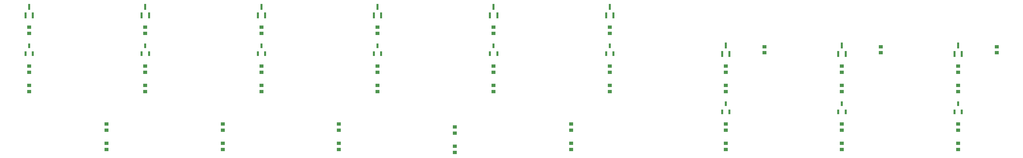
<source format=gtp>
%FSLAX43Y43*%
%MOMM*%
G71*
G01*
G75*
G04 Layer_Color=8421504*
%ADD10R,0.600X1.550*%
%ADD11R,1.000X0.900*%
%ADD12R,0.600X1.300*%
%ADD13C,1.800*%
%ADD14R,1.800X1.800*%
%ADD15R,1.050X1.050*%
%ADD16C,1.050*%
%ADD17C,2.050*%
%ADD18C,8.000*%
%ADD19C,0.250*%
%ADD20C,0.600*%
%ADD21C,0.200*%
%ADD22C,0.254*%
D10*
X210000Y51125D02*
D03*
X210950Y48875D02*
D03*
X209050D02*
D03*
X240000Y51125D02*
D03*
X240950Y48875D02*
D03*
X239050D02*
D03*
X270000Y51125D02*
D03*
X270950Y48875D02*
D03*
X269050D02*
D03*
X180000Y61125D02*
D03*
X180950Y58875D02*
D03*
X179050D02*
D03*
X120000Y61125D02*
D03*
X120950Y58875D02*
D03*
X119050D02*
D03*
X150000Y61125D02*
D03*
X150950Y58875D02*
D03*
X149050D02*
D03*
X30000Y61125D02*
D03*
X30950Y58875D02*
D03*
X29050D02*
D03*
X60000Y61125D02*
D03*
X60950Y58875D02*
D03*
X59050D02*
D03*
X90000Y61125D02*
D03*
X90950Y58875D02*
D03*
X89050D02*
D03*
D11*
X90000Y39200D02*
D03*
Y40800D02*
D03*
X210000Y39200D02*
D03*
Y40800D02*
D03*
X240000Y39200D02*
D03*
Y40800D02*
D03*
X270000Y39200D02*
D03*
Y40800D02*
D03*
X30000Y40800D02*
D03*
Y39200D02*
D03*
X60000Y40800D02*
D03*
Y39200D02*
D03*
X180000Y39200D02*
D03*
Y40800D02*
D03*
X120000Y39200D02*
D03*
Y40800D02*
D03*
X150000Y39200D02*
D03*
Y40800D02*
D03*
X240000Y24200D02*
D03*
Y25800D02*
D03*
X270000Y24200D02*
D03*
Y25800D02*
D03*
X210000Y24200D02*
D03*
Y25800D02*
D03*
X50000Y29200D02*
D03*
Y30800D02*
D03*
Y24200D02*
D03*
Y25800D02*
D03*
X30000Y54200D02*
D03*
Y55800D02*
D03*
X60000Y54200D02*
D03*
Y55800D02*
D03*
X90000Y54200D02*
D03*
Y55800D02*
D03*
X80000Y29200D02*
D03*
Y30800D02*
D03*
X80000Y24200D02*
D03*
Y25800D02*
D03*
X90000Y44200D02*
D03*
Y45800D02*
D03*
X30000Y44200D02*
D03*
Y45800D02*
D03*
X60000Y44200D02*
D03*
Y45800D02*
D03*
X110000Y29200D02*
D03*
Y30800D02*
D03*
Y24200D02*
D03*
Y25800D02*
D03*
X120000Y54200D02*
D03*
Y55800D02*
D03*
X150000Y54200D02*
D03*
Y55800D02*
D03*
X180000Y54200D02*
D03*
Y55800D02*
D03*
X140000Y28400D02*
D03*
Y30000D02*
D03*
Y23400D02*
D03*
Y25000D02*
D03*
X170000Y29200D02*
D03*
Y30800D02*
D03*
X180000Y44200D02*
D03*
Y45800D02*
D03*
X120000Y44200D02*
D03*
Y45800D02*
D03*
X150000Y44200D02*
D03*
Y45800D02*
D03*
X170000Y24200D02*
D03*
Y25800D02*
D03*
X240000Y44200D02*
D03*
Y45800D02*
D03*
X270000Y44200D02*
D03*
Y45800D02*
D03*
X210000Y44200D02*
D03*
Y45800D02*
D03*
X240000Y29200D02*
D03*
Y30800D02*
D03*
X270000Y29200D02*
D03*
Y30800D02*
D03*
X210000Y29200D02*
D03*
Y30800D02*
D03*
X220000Y49200D02*
D03*
Y50800D02*
D03*
X250000Y49200D02*
D03*
Y50800D02*
D03*
X280000Y49200D02*
D03*
Y50800D02*
D03*
D12*
X90000Y51050D02*
D03*
X90950Y48950D02*
D03*
X89050D02*
D03*
X30000Y51050D02*
D03*
X30950Y48950D02*
D03*
X29050D02*
D03*
X60000Y51050D02*
D03*
X60950Y48950D02*
D03*
X59050D02*
D03*
X180000Y51050D02*
D03*
X180950Y48950D02*
D03*
X179050D02*
D03*
X120000Y51050D02*
D03*
X120950Y48950D02*
D03*
X119050D02*
D03*
X150000Y51050D02*
D03*
X150950Y48950D02*
D03*
X149050D02*
D03*
X240000Y36050D02*
D03*
X240950Y33950D02*
D03*
X239050D02*
D03*
X270000Y36050D02*
D03*
X270950Y33950D02*
D03*
X269050D02*
D03*
X210000Y36050D02*
D03*
X210950Y33950D02*
D03*
X209050D02*
D03*
M02*

</source>
